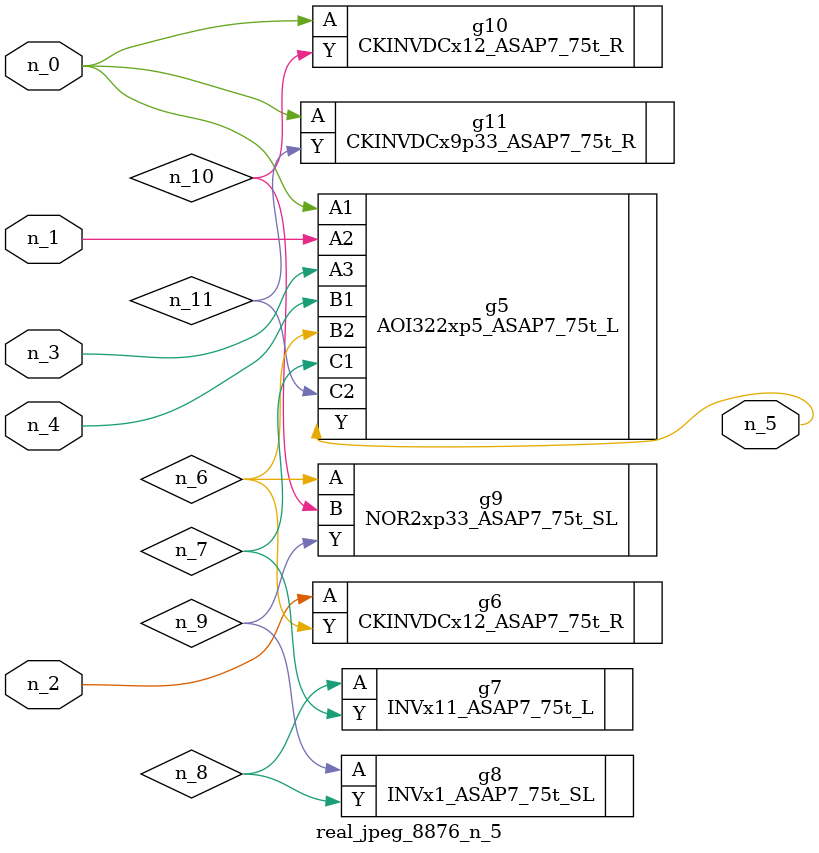
<source format=v>
module real_jpeg_8876_n_5 (n_4, n_0, n_1, n_2, n_3, n_5);

input n_4;
input n_0;
input n_1;
input n_2;
input n_3;

output n_5;

wire n_8;
wire n_11;
wire n_6;
wire n_7;
wire n_10;
wire n_9;

AOI322xp5_ASAP7_75t_L g5 ( 
.A1(n_0),
.A2(n_1),
.A3(n_3),
.B1(n_4),
.B2(n_6),
.C1(n_7),
.C2(n_11),
.Y(n_5)
);

CKINVDCx12_ASAP7_75t_R g10 ( 
.A(n_0),
.Y(n_10)
);

CKINVDCx9p33_ASAP7_75t_R g11 ( 
.A(n_0),
.Y(n_11)
);

CKINVDCx12_ASAP7_75t_R g6 ( 
.A(n_2),
.Y(n_6)
);

NOR2xp33_ASAP7_75t_SL g9 ( 
.A(n_6),
.B(n_10),
.Y(n_9)
);

INVx11_ASAP7_75t_L g7 ( 
.A(n_8),
.Y(n_7)
);

INVx1_ASAP7_75t_SL g8 ( 
.A(n_9),
.Y(n_8)
);


endmodule
</source>
